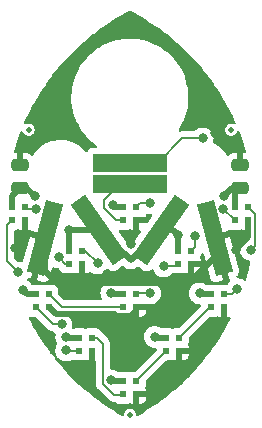
<source format=gbr>
G04 #@! TF.GenerationSoftware,KiCad,Pcbnew,(5.99.0-10027-g0561ce903e)*
G04 #@! TF.CreationDate,2021-08-15T01:29:50-07:00*
G04 #@! TF.ProjectId,scale_cca,7363616c-655f-4636-9361-2e6b69636164,v1r0*
G04 #@! TF.SameCoordinates,Original*
G04 #@! TF.FileFunction,Copper,L1,Top*
G04 #@! TF.FilePolarity,Positive*
%FSLAX46Y46*%
G04 Gerber Fmt 4.6, Leading zero omitted, Abs format (unit mm)*
G04 Created by KiCad (PCBNEW (5.99.0-10027-g0561ce903e)) date 2021-08-15 01:29:50*
%MOMM*%
%LPD*%
G01*
G04 APERTURE LIST*
G04 Aperture macros list*
%AMRoundRect*
0 Rectangle with rounded corners*
0 $1 Rounding radius*
0 $2 $3 $4 $5 $6 $7 $8 $9 X,Y pos of 4 corners*
0 Add a 4 corners polygon primitive as box body*
4,1,4,$2,$3,$4,$5,$6,$7,$8,$9,$2,$3,0*
0 Add four circle primitives for the rounded corners*
1,1,$1+$1,$2,$3*
1,1,$1+$1,$4,$5*
1,1,$1+$1,$6,$7*
1,1,$1+$1,$8,$9*
0 Add four rect primitives between the rounded corners*
20,1,$1+$1,$2,$3,$4,$5,0*
20,1,$1+$1,$4,$5,$6,$7,0*
20,1,$1+$1,$6,$7,$8,$9,0*
20,1,$1+$1,$8,$9,$2,$3,0*%
%AMRotRect*
0 Rectangle, with rotation*
0 The origin of the aperture is its center*
0 $1 length*
0 $2 width*
0 $3 Rotation angle, in degrees counterclockwise*
0 Add horizontal line*
21,1,$1,$2,0,0,$3*%
G04 Aperture macros list end*
G04 #@! TA.AperFunction,SMDPad,CuDef*
%ADD10RotRect,6.250000X1.500000X305.000000*%
G04 #@! TD*
G04 #@! TA.AperFunction,SMDPad,CuDef*
%ADD11R,0.600000X0.600000*%
G04 #@! TD*
G04 #@! TA.AperFunction,SMDPad,CuDef*
%ADD12R,6.250000X1.500000*%
G04 #@! TD*
G04 #@! TA.AperFunction,SMDPad,CuDef*
%ADD13RotRect,6.250000X1.500000X75.000000*%
G04 #@! TD*
G04 #@! TA.AperFunction,SMDPad,CuDef*
%ADD14C,0.500000*%
G04 #@! TD*
G04 #@! TA.AperFunction,SMDPad,CuDef*
%ADD15RoundRect,0.250000X-0.475000X0.250000X-0.475000X-0.250000X0.475000X-0.250000X0.475000X0.250000X0*%
G04 #@! TD*
G04 #@! TA.AperFunction,SMDPad,CuDef*
%ADD16RotRect,6.250000X1.500000X285.000000*%
G04 #@! TD*
G04 #@! TA.AperFunction,SMDPad,CuDef*
%ADD17RotRect,6.250000X1.500000X55.000000*%
G04 #@! TD*
G04 #@! TA.AperFunction,ViaPad*
%ADD18C,0.800000*%
G04 #@! TD*
G04 #@! TA.AperFunction,Conductor*
%ADD19C,0.500000*%
G04 #@! TD*
G04 #@! TA.AperFunction,Conductor*
%ADD20C,0.152400*%
G04 #@! TD*
G04 APERTURE END LIST*
D10*
X33909000Y-44551600D03*
D11*
X33316000Y-54779000D03*
X33316000Y-53679000D03*
X32216000Y-53679000D03*
X32216000Y-54779000D03*
D12*
X36512500Y-38862000D03*
D13*
X29337000Y-45212000D03*
D14*
X27940000Y-36068000D03*
D11*
X32427000Y-47413000D03*
X32427000Y-46313000D03*
X31327000Y-46313000D03*
X31327000Y-47413000D03*
D15*
X45847000Y-39055000D03*
X45847000Y-40955000D03*
D11*
X40682000Y-54779000D03*
X40682000Y-53679000D03*
X39582000Y-53679000D03*
X39582000Y-54779000D03*
X27601000Y-43730000D03*
X27601000Y-42630000D03*
X26501000Y-42630000D03*
X26501000Y-43730000D03*
X37062500Y-51096000D03*
X37062500Y-49996000D03*
X35962500Y-49996000D03*
X35962500Y-51096000D03*
D12*
X36512500Y-40640000D03*
D11*
X44492000Y-51096000D03*
X44492000Y-49996000D03*
X43392000Y-49996000D03*
X43392000Y-51096000D03*
D15*
X27178000Y-39055000D03*
X27178000Y-40955000D03*
D11*
X29633000Y-51096000D03*
X29633000Y-49996000D03*
X28533000Y-49996000D03*
X28533000Y-51096000D03*
X41698000Y-47413000D03*
X41698000Y-46313000D03*
X40598000Y-46313000D03*
X40598000Y-47413000D03*
D14*
X36512500Y-60198000D03*
D11*
X37062500Y-43730000D03*
X37062500Y-42630000D03*
X35962500Y-42630000D03*
X35962500Y-43730000D03*
D16*
X43688000Y-45212000D03*
D14*
X45085000Y-36068000D03*
D11*
X37062500Y-58462000D03*
X37062500Y-57362000D03*
X35962500Y-57362000D03*
X35962500Y-58462000D03*
X46524000Y-43730000D03*
X46524000Y-42630000D03*
X45424000Y-42630000D03*
X45424000Y-43730000D03*
D17*
X39116000Y-44551600D03*
D18*
X27432000Y-49657000D03*
X31369000Y-44577000D03*
X28448000Y-41656000D03*
X31115000Y-53594000D03*
X34925000Y-49911000D03*
X35052000Y-42418000D03*
X44456673Y-41663838D03*
X34925000Y-57277000D03*
X38608000Y-53594000D03*
X42418000Y-49911000D03*
X40598000Y-45000000D03*
X43688000Y-36322000D03*
X34544000Y-48260000D03*
X36576000Y-45720000D03*
X41021000Y-51943000D03*
X28956000Y-36830000D03*
X42418000Y-53340000D03*
X26797000Y-46101000D03*
X45466000Y-46228000D03*
X27051000Y-48133000D03*
X38227000Y-42291000D03*
X28575000Y-42799000D03*
X30480000Y-46863000D03*
X33782000Y-47371000D03*
X30734000Y-52539000D03*
X31115000Y-54737000D03*
X38227000Y-49911000D03*
X46736000Y-46228000D03*
X42680339Y-36792751D03*
X39370000Y-47625000D03*
X45593000Y-49530000D03*
X44431287Y-42769985D03*
X42037000Y-45085000D03*
D19*
X40598000Y-45000000D02*
X40149600Y-44551600D01*
X43392000Y-49996000D02*
X42503000Y-49996000D01*
X27771000Y-49996000D02*
X27432000Y-49657000D01*
X27178000Y-40955000D02*
X27747000Y-40955000D01*
X27747000Y-40955000D02*
X28448000Y-41656000D01*
X31200000Y-53679000D02*
X31115000Y-53594000D01*
X40149600Y-44551600D02*
X39116000Y-44551600D01*
X45847000Y-40955000D02*
X45165511Y-40955000D01*
X45424000Y-42630000D02*
X45424000Y-41378000D01*
X42503000Y-49996000D02*
X42418000Y-49911000D01*
X39582000Y-53679000D02*
X38693000Y-53679000D01*
X35962500Y-42630000D02*
X35264000Y-42630000D01*
X39116000Y-44577000D02*
X39116000Y-44551600D01*
X35264000Y-42630000D02*
X35052000Y-42418000D01*
X38693000Y-53679000D02*
X38608000Y-53594000D01*
X33909000Y-44551600D02*
X31394400Y-44551600D01*
X35962500Y-49996000D02*
X35010000Y-49996000D01*
X36576000Y-47117000D02*
X39116000Y-44577000D01*
X31369000Y-44577000D02*
X31327000Y-44619000D01*
X31394400Y-44551600D02*
X31369000Y-44577000D01*
X35010000Y-49996000D02*
X34925000Y-49911000D01*
X34010600Y-44551600D02*
X36576000Y-47117000D01*
X26501000Y-42630000D02*
X26501000Y-41632000D01*
X32216000Y-53679000D02*
X31200000Y-53679000D01*
X31327000Y-44619000D02*
X31327000Y-46313000D01*
X28533000Y-49996000D02*
X27771000Y-49996000D01*
X40598000Y-46313000D02*
X40598000Y-45000000D01*
X45165511Y-40955000D02*
X44456673Y-41663838D01*
X35962500Y-57362000D02*
X35010000Y-57362000D01*
X35010000Y-57362000D02*
X34925000Y-57277000D01*
X33909000Y-44551600D02*
X34010600Y-44551600D01*
X26501000Y-41632000D02*
X27178000Y-40955000D01*
X45424000Y-41378000D02*
X45847000Y-40955000D01*
D20*
X35687000Y-40640000D02*
X34290000Y-42037000D01*
X34290000Y-42656793D02*
X35321207Y-43688000D01*
X35321207Y-43688000D02*
X35920500Y-43688000D01*
X35920500Y-43688000D02*
X35962500Y-43730000D01*
X34290000Y-42037000D02*
X34290000Y-42656793D01*
X36512500Y-40640000D02*
X35687000Y-40640000D01*
D19*
X29633000Y-51096000D02*
X30226000Y-51689000D01*
X30353000Y-49022000D02*
X29337000Y-48006000D01*
X37062500Y-51406020D02*
X37062500Y-51096000D01*
X46524000Y-43730000D02*
X46524000Y-45170000D01*
X35212489Y-51689000D02*
X35212489Y-51756009D01*
X43688000Y-45212000D02*
X43688000Y-46863000D01*
X41529000Y-49022000D02*
X30353000Y-49022000D01*
X35302491Y-51846011D02*
X36622509Y-51846011D01*
X35212489Y-51756009D02*
X35302491Y-51846011D01*
X43688000Y-46863000D02*
X41529000Y-49022000D01*
X36622509Y-51846011D02*
X37062500Y-51406020D01*
X30226000Y-51689000D02*
X35212489Y-51689000D01*
X46524000Y-45170000D02*
X45466000Y-46228000D01*
X29337000Y-48006000D02*
X29337000Y-45212000D01*
D20*
X26120789Y-46821789D02*
X26120789Y-47202789D01*
X37401500Y-42291000D02*
X37062500Y-42630000D01*
X38227000Y-42291000D02*
X37401500Y-42291000D01*
X26501000Y-43730000D02*
X26120789Y-44110211D01*
X26120789Y-46440789D02*
X26120789Y-46821789D01*
X26120789Y-44110211D02*
X26120789Y-46440789D01*
X26120789Y-47202789D02*
X27051000Y-48133000D01*
X31030000Y-47413000D02*
X30480000Y-46863000D01*
X31327000Y-47413000D02*
X31030000Y-47413000D01*
X27770000Y-42799000D02*
X27601000Y-42630000D01*
X28575000Y-42799000D02*
X27770000Y-42799000D01*
X29976000Y-52539000D02*
X30734000Y-52539000D01*
X33782000Y-47371000D02*
X32724000Y-46313000D01*
X28533000Y-51096000D02*
X29976000Y-52539000D01*
X32724000Y-46313000D02*
X32427000Y-46313000D01*
X35962500Y-51096000D02*
X30733000Y-51096000D01*
X30733000Y-51096000D02*
X29633000Y-49996000D01*
X32216000Y-54779000D02*
X31157000Y-54779000D01*
X31157000Y-54779000D02*
X31115000Y-54737000D01*
X38227000Y-49911000D02*
X37147500Y-49911000D01*
X37147500Y-49911000D02*
X37062500Y-49996000D01*
X35877500Y-58547000D02*
X35962500Y-58462000D01*
X33768400Y-53679000D02*
X34248789Y-54159389D01*
X35194207Y-58547000D02*
X35877500Y-58547000D01*
X33316000Y-53679000D02*
X33768400Y-53679000D01*
X34248789Y-54159389D02*
X34248789Y-57601582D01*
X34248789Y-57601582D02*
X35194207Y-58547000D01*
X47100211Y-45863789D02*
X46736000Y-46228000D01*
X47100211Y-43206211D02*
X47100211Y-45863789D01*
X36512500Y-38862000D02*
X38608000Y-38862000D01*
X46524000Y-42630000D02*
X47100211Y-43206211D01*
X38862000Y-38862000D02*
X40931249Y-36792751D01*
X40931249Y-36792751D02*
X42680339Y-36792751D01*
X36512500Y-38862000D02*
X38862000Y-38862000D01*
X37062500Y-57298500D02*
X39582000Y-54779000D01*
X37062500Y-57362000D02*
X37062500Y-57298500D01*
X40682000Y-53679000D02*
X43265000Y-51096000D01*
X43265000Y-51096000D02*
X43392000Y-51096000D01*
X45127000Y-49996000D02*
X45593000Y-49530000D01*
X40386000Y-47625000D02*
X40598000Y-47413000D01*
X44492000Y-49996000D02*
X45127000Y-49996000D01*
X39370000Y-47625000D02*
X40386000Y-47625000D01*
X45424000Y-43730000D02*
X45391302Y-43730000D01*
X42037000Y-45974000D02*
X41698000Y-46313000D01*
X45391302Y-43730000D02*
X44431287Y-42769985D01*
X42037000Y-45085000D02*
X42037000Y-45974000D01*
G04 #@! TA.AperFunction,Conductor*
G36*
X44688121Y-50862002D02*
G01*
X44734614Y-50915658D01*
X44746000Y-50968000D01*
X44746000Y-51890885D01*
X44750475Y-51906124D01*
X44751865Y-51907329D01*
X44759548Y-51909000D01*
X44789743Y-51909000D01*
X44794250Y-51908839D01*
X44858269Y-51904260D01*
X44871492Y-51901874D01*
X44877913Y-51899989D01*
X44948909Y-51899991D01*
X45008635Y-51938376D01*
X45038126Y-52002958D01*
X45025941Y-52077562D01*
X44986010Y-52156843D01*
X44984815Y-52159151D01*
X44775731Y-52552280D01*
X44677172Y-52737595D01*
X44675830Y-52740052D01*
X44575824Y-52918414D01*
X44574428Y-52920840D01*
X44550721Y-52961004D01*
X44241453Y-53484949D01*
X44240087Y-53487208D01*
X44132093Y-53661215D01*
X44130666Y-53663458D01*
X43787977Y-54189181D01*
X43772964Y-54212213D01*
X43771409Y-54214541D01*
X43655909Y-54383408D01*
X43654328Y-54385665D01*
X43355409Y-54802514D01*
X43272608Y-54917982D01*
X43270952Y-54920239D01*
X43148099Y-55083763D01*
X43146399Y-55085974D01*
X42741361Y-55600870D01*
X42739672Y-55602968D01*
X42654389Y-55706561D01*
X42609621Y-55760940D01*
X42607818Y-55763081D01*
X42180430Y-56259335D01*
X42178590Y-56261425D01*
X42041629Y-56413488D01*
X42039766Y-56415511D01*
X41590714Y-56892335D01*
X41588779Y-56894344D01*
X41445183Y-57040186D01*
X41443198Y-57042159D01*
X41203543Y-57274986D01*
X40973427Y-57498546D01*
X40971453Y-57500421D01*
X40916899Y-57551114D01*
X40821533Y-57639729D01*
X40819462Y-57641611D01*
X40329882Y-58076679D01*
X40327768Y-58078516D01*
X40171836Y-58211003D01*
X40169683Y-58212791D01*
X39661321Y-58625633D01*
X39659128Y-58627374D01*
X39497356Y-58752889D01*
X39495183Y-58754538D01*
X38968889Y-59144458D01*
X38966675Y-59146060D01*
X38799572Y-59264205D01*
X38797334Y-59265751D01*
X38480872Y-59479111D01*
X38254247Y-59631902D01*
X38251909Y-59633441D01*
X38079684Y-59744071D01*
X38077312Y-59745557D01*
X37518626Y-60087142D01*
X37516222Y-60088576D01*
X37339241Y-60191454D01*
X37336805Y-60192834D01*
X37200414Y-60268113D01*
X37131109Y-60283518D01*
X37064477Y-60259009D01*
X37021673Y-60202367D01*
X37014801Y-60175662D01*
X36998955Y-60065009D01*
X36998954Y-60065006D01*
X36997682Y-60056123D01*
X36985807Y-60030004D01*
X36942076Y-59933825D01*
X36938360Y-59925651D01*
X36844803Y-59817074D01*
X36724533Y-59739118D01*
X36715936Y-59736547D01*
X36715934Y-59736546D01*
X36632196Y-59711503D01*
X36587218Y-59698052D01*
X36578242Y-59697997D01*
X36578241Y-59697997D01*
X36516527Y-59697620D01*
X36443896Y-59697177D01*
X36435265Y-59699644D01*
X36435263Y-59699644D01*
X36314723Y-59734094D01*
X36314720Y-59734095D01*
X36306089Y-59736562D01*
X36184875Y-59813042D01*
X36089999Y-59920469D01*
X36029088Y-60050206D01*
X36027707Y-60059074D01*
X36027707Y-60059075D01*
X36009369Y-60176852D01*
X35979125Y-60241084D01*
X35918955Y-60278769D01*
X35847963Y-60277941D01*
X35823983Y-60267780D01*
X35688175Y-60192822D01*
X35685739Y-60191442D01*
X35508812Y-60088595D01*
X35506408Y-60087161D01*
X35050232Y-59808252D01*
X34947650Y-59745533D01*
X34945317Y-59744071D01*
X34773014Y-59633391D01*
X34770837Y-59631957D01*
X34227693Y-59265768D01*
X34225429Y-59264205D01*
X34058381Y-59146099D01*
X34056113Y-59144458D01*
X33529819Y-58754538D01*
X33527588Y-58752846D01*
X33365907Y-58627401D01*
X33363715Y-58625661D01*
X32962435Y-58299783D01*
X32855279Y-58212761D01*
X32853210Y-58211043D01*
X32697232Y-58078516D01*
X32695134Y-58076692D01*
X32258752Y-57688901D01*
X32205534Y-57641608D01*
X32203469Y-57639732D01*
X32053608Y-57500477D01*
X32051578Y-57498549D01*
X31581772Y-57042129D01*
X31579787Y-57040156D01*
X31436229Y-56894352D01*
X31434322Y-56892373D01*
X31217549Y-56662193D01*
X30985268Y-56415546D01*
X30983372Y-56413488D01*
X30909382Y-56331341D01*
X30846378Y-56261390D01*
X30844570Y-56259335D01*
X30417163Y-55763059D01*
X30415431Y-55761004D01*
X30285328Y-55602968D01*
X30283574Y-55600787D01*
X30134242Y-55410952D01*
X29878607Y-55085982D01*
X29876930Y-55083802D01*
X29869946Y-55074505D01*
X29754040Y-54920228D01*
X29752384Y-54917971D01*
X29370672Y-54385665D01*
X29369066Y-54383372D01*
X29253604Y-54214561D01*
X29252049Y-54212233D01*
X29237023Y-54189181D01*
X28894352Y-53663486D01*
X28892926Y-53661245D01*
X28784928Y-53487232D01*
X28783524Y-53484911D01*
X28731580Y-53396909D01*
X28469507Y-52952918D01*
X28450567Y-52920831D01*
X28449171Y-52918405D01*
X28349159Y-52740033D01*
X28347817Y-52737576D01*
X28238714Y-52532435D01*
X28040212Y-52159203D01*
X28038987Y-52156837D01*
X27998220Y-52075897D01*
X27985442Y-52006061D01*
X28012449Y-51940402D01*
X28070667Y-51899767D01*
X28128684Y-51894502D01*
X28228552Y-51908861D01*
X28228559Y-51908862D01*
X28233000Y-51909500D01*
X28467419Y-51909500D01*
X28535540Y-51929502D01*
X28556514Y-51946405D01*
X29529855Y-52919746D01*
X29540722Y-52932136D01*
X29559019Y-52955981D01*
X29589409Y-52979300D01*
X29681150Y-53049695D01*
X29823374Y-53108606D01*
X29938022Y-53123700D01*
X29967812Y-53127622D01*
X29976000Y-53128700D01*
X29984188Y-53127622D01*
X29985396Y-53127622D01*
X30053517Y-53147624D01*
X30079032Y-53169311D01*
X30118334Y-53212960D01*
X30122749Y-53217863D01*
X30177498Y-53257640D01*
X30220850Y-53313860D01*
X30226927Y-53384596D01*
X30223690Y-53396909D01*
X30223502Y-53397794D01*
X30221462Y-53404073D01*
X30220773Y-53410630D01*
X30220772Y-53410634D01*
X30203451Y-53575438D01*
X30201500Y-53594000D01*
X30202190Y-53600565D01*
X30208808Y-53663527D01*
X30221462Y-53783927D01*
X30280476Y-53965554D01*
X30283779Y-53971276D01*
X30283780Y-53971277D01*
X30359542Y-54102500D01*
X30376280Y-54171495D01*
X30359542Y-54228500D01*
X30280476Y-54365446D01*
X30273895Y-54385701D01*
X30230540Y-54519135D01*
X30221462Y-54547073D01*
X30201500Y-54737000D01*
X30202190Y-54743565D01*
X30214484Y-54860531D01*
X30221462Y-54926927D01*
X30223502Y-54933205D01*
X30223502Y-54933206D01*
X30246309Y-55003399D01*
X30280476Y-55108554D01*
X30375963Y-55273942D01*
X30380381Y-55278849D01*
X30380382Y-55278850D01*
X30456295Y-55363160D01*
X30503749Y-55415863D01*
X30509091Y-55419744D01*
X30509093Y-55419746D01*
X30652908Y-55524233D01*
X30658250Y-55528114D01*
X30664278Y-55530798D01*
X30664280Y-55530799D01*
X30826682Y-55603105D01*
X30832713Y-55605790D01*
X30908786Y-55621960D01*
X31013056Y-55644124D01*
X31013061Y-55644124D01*
X31019513Y-55645496D01*
X31210487Y-55645496D01*
X31216939Y-55644124D01*
X31216944Y-55644124D01*
X31321214Y-55621960D01*
X31397287Y-55605790D01*
X31403626Y-55602968D01*
X31571750Y-55528114D01*
X31572913Y-55530725D01*
X31629728Y-55516949D01*
X31676060Y-55528192D01*
X31763135Y-55567958D01*
X31763138Y-55567959D01*
X31771330Y-55571700D01*
X31780245Y-55572982D01*
X31780246Y-55572982D01*
X31911552Y-55591861D01*
X31911559Y-55591862D01*
X31916000Y-55592500D01*
X32516000Y-55592500D01*
X32589079Y-55587273D01*
X32729316Y-55546096D01*
X32729828Y-55547840D01*
X32789277Y-55539294D01*
X32823683Y-55549397D01*
X32863272Y-55567476D01*
X32880388Y-55572502D01*
X33011554Y-55591361D01*
X33020495Y-55592000D01*
X33043885Y-55592000D01*
X33059124Y-55587525D01*
X33060329Y-55586135D01*
X33062000Y-55578452D01*
X33062000Y-54651000D01*
X33082002Y-54582879D01*
X33135658Y-54536386D01*
X33188000Y-54525000D01*
X33444000Y-54525000D01*
X33512121Y-54545002D01*
X33558614Y-54598658D01*
X33570000Y-54651000D01*
X33570000Y-55573885D01*
X33574475Y-55589124D01*
X33587135Y-55600094D01*
X33627182Y-55621960D01*
X33661209Y-55684272D01*
X33664089Y-55711058D01*
X33664089Y-57555345D01*
X33663011Y-57571789D01*
X33659089Y-57601582D01*
X33664089Y-57639560D01*
X33679183Y-57754208D01*
X33738094Y-57896432D01*
X33831808Y-58018563D01*
X33838353Y-58023585D01*
X33855652Y-58036859D01*
X33868043Y-58047727D01*
X34748062Y-58927746D01*
X34758929Y-58940136D01*
X34777226Y-58963981D01*
X34899357Y-59057695D01*
X35041581Y-59116606D01*
X35156229Y-59131700D01*
X35194207Y-59136700D01*
X35202395Y-59135622D01*
X35223997Y-59132778D01*
X35240444Y-59131700D01*
X35266006Y-59131700D01*
X35334127Y-59151702D01*
X35348519Y-59162476D01*
X35378069Y-59188082D01*
X35378072Y-59188084D01*
X35384881Y-59193984D01*
X35393079Y-59197728D01*
X35413402Y-59207009D01*
X35517830Y-59254700D01*
X35526745Y-59255982D01*
X35526746Y-59255982D01*
X35658052Y-59274861D01*
X35658059Y-59274862D01*
X35662500Y-59275500D01*
X36262500Y-59275500D01*
X36335579Y-59270273D01*
X36475816Y-59229096D01*
X36476328Y-59230840D01*
X36535777Y-59222294D01*
X36570183Y-59232397D01*
X36609772Y-59250476D01*
X36626888Y-59255502D01*
X36758054Y-59274361D01*
X36766995Y-59275000D01*
X36790385Y-59275000D01*
X36805624Y-59270525D01*
X36806829Y-59269135D01*
X36808500Y-59261452D01*
X36808500Y-58729548D01*
X37316500Y-58729548D01*
X37316500Y-59256885D01*
X37320975Y-59272124D01*
X37322365Y-59273329D01*
X37330048Y-59275000D01*
X37360243Y-59275000D01*
X37364750Y-59274839D01*
X37428769Y-59270260D01*
X37441991Y-59267874D01*
X37566958Y-59231181D01*
X37583192Y-59223767D01*
X37690860Y-59154574D01*
X37704347Y-59142888D01*
X37788162Y-59046160D01*
X37797807Y-59031152D01*
X37850977Y-58914725D01*
X37856002Y-58897612D01*
X37874861Y-58766446D01*
X37875500Y-58757505D01*
X37875500Y-58734115D01*
X37871025Y-58718876D01*
X37869635Y-58717671D01*
X37861952Y-58716000D01*
X37334615Y-58716000D01*
X37319376Y-58720475D01*
X37318171Y-58721865D01*
X37316500Y-58729548D01*
X36808500Y-58729548D01*
X36808500Y-58334000D01*
X36828502Y-58265879D01*
X36882158Y-58219386D01*
X36934500Y-58208000D01*
X37857385Y-58208000D01*
X37872624Y-58203525D01*
X37873829Y-58202135D01*
X37875500Y-58194452D01*
X37875500Y-58164257D01*
X37875339Y-58159750D01*
X37870760Y-58095731D01*
X37868374Y-58082509D01*
X37829141Y-57948892D01*
X37831182Y-57948293D01*
X37822791Y-57889922D01*
X37832894Y-57855514D01*
X37851458Y-57814865D01*
X37851459Y-57814862D01*
X37855200Y-57806670D01*
X37863920Y-57746019D01*
X37875361Y-57666448D01*
X37875362Y-57666441D01*
X37876000Y-57662000D01*
X37876000Y-57364081D01*
X37896002Y-57295960D01*
X37912905Y-57274986D01*
X39558486Y-55629405D01*
X39620798Y-55595379D01*
X39647581Y-55592500D01*
X39882000Y-55592500D01*
X39955079Y-55587273D01*
X40095316Y-55546096D01*
X40095828Y-55547840D01*
X40155277Y-55539294D01*
X40189683Y-55549397D01*
X40229272Y-55567476D01*
X40246388Y-55572502D01*
X40377554Y-55591361D01*
X40386495Y-55592000D01*
X40409885Y-55592000D01*
X40425124Y-55587525D01*
X40426329Y-55586135D01*
X40428000Y-55578452D01*
X40428000Y-55046548D01*
X40936000Y-55046548D01*
X40936000Y-55573885D01*
X40940475Y-55589124D01*
X40941865Y-55590329D01*
X40949548Y-55592000D01*
X40979743Y-55592000D01*
X40984250Y-55591839D01*
X41048269Y-55587260D01*
X41061491Y-55584874D01*
X41186458Y-55548181D01*
X41202692Y-55540767D01*
X41310360Y-55471574D01*
X41323847Y-55459888D01*
X41407662Y-55363160D01*
X41417307Y-55348152D01*
X41470477Y-55231725D01*
X41475502Y-55214612D01*
X41494361Y-55083446D01*
X41495000Y-55074505D01*
X41495000Y-55051115D01*
X41490525Y-55035876D01*
X41489135Y-55034671D01*
X41481452Y-55033000D01*
X40954115Y-55033000D01*
X40938876Y-55037475D01*
X40937671Y-55038865D01*
X40936000Y-55046548D01*
X40428000Y-55046548D01*
X40428000Y-54651000D01*
X40448002Y-54582879D01*
X40501658Y-54536386D01*
X40554000Y-54525000D01*
X41476885Y-54525000D01*
X41492124Y-54520525D01*
X41493329Y-54519135D01*
X41495000Y-54511452D01*
X41495000Y-54481257D01*
X41494839Y-54476750D01*
X41490260Y-54412731D01*
X41487874Y-54399509D01*
X41448641Y-54265892D01*
X41450682Y-54265293D01*
X41442291Y-54206922D01*
X41452394Y-54172514D01*
X41470958Y-54131865D01*
X41470959Y-54131862D01*
X41474700Y-54123670D01*
X41478547Y-54096916D01*
X41494861Y-53983448D01*
X41494862Y-53983441D01*
X41495500Y-53979000D01*
X41495500Y-53744581D01*
X41515502Y-53676460D01*
X41532405Y-53655486D01*
X43241486Y-51946405D01*
X43303798Y-51912379D01*
X43330581Y-51909500D01*
X43692000Y-51909500D01*
X43765079Y-51904273D01*
X43905316Y-51863096D01*
X43905828Y-51864840D01*
X43965277Y-51856294D01*
X43999683Y-51866397D01*
X44039272Y-51884476D01*
X44056388Y-51889502D01*
X44187554Y-51908361D01*
X44196495Y-51909000D01*
X44219885Y-51909000D01*
X44235124Y-51904525D01*
X44236329Y-51903135D01*
X44238000Y-51895452D01*
X44238000Y-50968000D01*
X44258002Y-50899879D01*
X44311658Y-50853386D01*
X44364000Y-50842000D01*
X44620000Y-50842000D01*
X44688121Y-50862002D01*
G37*
G04 #@! TD.AperFunction*
G04 #@! TA.AperFunction,Conductor*
G36*
X27797121Y-43496002D02*
G01*
X27843614Y-43549658D01*
X27855000Y-43602000D01*
X27855000Y-44524885D01*
X27859475Y-44540124D01*
X27860865Y-44541329D01*
X27868548Y-44543000D01*
X27898743Y-44543000D01*
X27903250Y-44542839D01*
X27967269Y-44538260D01*
X27980488Y-44535875D01*
X28026429Y-44522385D01*
X28097425Y-44522385D01*
X28157152Y-44560768D01*
X28186645Y-44625348D01*
X28187696Y-44637931D01*
X28188874Y-44639672D01*
X28195859Y-44643273D01*
X29526378Y-44999784D01*
X29587001Y-45036736D01*
X29618022Y-45100596D01*
X29615474Y-45154102D01*
X29516605Y-45523085D01*
X28645450Y-48774281D01*
X28645828Y-48790157D01*
X28646861Y-48791683D01*
X28653846Y-48795284D01*
X29117691Y-48919571D01*
X29122070Y-48920578D01*
X29185102Y-48932726D01*
X29198484Y-48933843D01*
X29319557Y-48930961D01*
X29322583Y-48931772D01*
X29346288Y-48927786D01*
X29468204Y-48888814D01*
X29484250Y-48881019D01*
X29590248Y-48809277D01*
X29603447Y-48797279D01*
X29684936Y-48698584D01*
X29694224Y-48683345D01*
X29746385Y-48561540D01*
X29749319Y-48553062D01*
X29955532Y-47783465D01*
X29992484Y-47722842D01*
X30056344Y-47691821D01*
X30128488Y-47700969D01*
X30181095Y-47724391D01*
X30197713Y-47731790D01*
X30291113Y-47751643D01*
X30378056Y-47770124D01*
X30378061Y-47770124D01*
X30384513Y-47771496D01*
X30420123Y-47771496D01*
X30488244Y-47791498D01*
X30534737Y-47845154D01*
X30541019Y-47861999D01*
X30559904Y-47926316D01*
X30583747Y-47963416D01*
X30634051Y-48041691D01*
X30634053Y-48041694D01*
X30638923Y-48049271D01*
X30645733Y-48055172D01*
X30742569Y-48139082D01*
X30742572Y-48139084D01*
X30749381Y-48144984D01*
X30757579Y-48148728D01*
X30871406Y-48200711D01*
X30882330Y-48205700D01*
X30891245Y-48206982D01*
X30891246Y-48206982D01*
X31022552Y-48225861D01*
X31022559Y-48225862D01*
X31027000Y-48226500D01*
X31627000Y-48226500D01*
X31700079Y-48221273D01*
X31840316Y-48180096D01*
X31840828Y-48181840D01*
X31900277Y-48173294D01*
X31934683Y-48183397D01*
X31974272Y-48201476D01*
X31991388Y-48206502D01*
X32122554Y-48225361D01*
X32131495Y-48226000D01*
X32154885Y-48226000D01*
X32170124Y-48221525D01*
X32171329Y-48220135D01*
X32173000Y-48212452D01*
X32173000Y-47285000D01*
X32193002Y-47216879D01*
X32246658Y-47170386D01*
X32299000Y-47159000D01*
X32555000Y-47159000D01*
X32623121Y-47179002D01*
X32669614Y-47232658D01*
X32681000Y-47285000D01*
X32681000Y-48207885D01*
X32685475Y-48223124D01*
X32686865Y-48224329D01*
X32694548Y-48226000D01*
X32724743Y-48226000D01*
X32729250Y-48225839D01*
X32793269Y-48221260D01*
X32806491Y-48218874D01*
X32931458Y-48182181D01*
X32947692Y-48174767D01*
X33055360Y-48105574D01*
X33067337Y-48095196D01*
X33131918Y-48065704D01*
X33202192Y-48075809D01*
X33223909Y-48088486D01*
X33317143Y-48156224D01*
X33325250Y-48162114D01*
X33331278Y-48164798D01*
X33331280Y-48164799D01*
X33486430Y-48233876D01*
X33499713Y-48239790D01*
X33593113Y-48259643D01*
X33680056Y-48278124D01*
X33680061Y-48278124D01*
X33686513Y-48279496D01*
X33877487Y-48279496D01*
X33883939Y-48278124D01*
X33883944Y-48278124D01*
X33970887Y-48259643D01*
X34064287Y-48239790D01*
X34077570Y-48233876D01*
X34232720Y-48164799D01*
X34232722Y-48164798D01*
X34238750Y-48162114D01*
X34246857Y-48156224D01*
X34387907Y-48053746D01*
X34387909Y-48053744D01*
X34393251Y-48049863D01*
X34402419Y-48039681D01*
X34516618Y-47912850D01*
X34516619Y-47912849D01*
X34521037Y-47907942D01*
X34522332Y-47905699D01*
X34577375Y-47863255D01*
X34648112Y-47857180D01*
X34710642Y-47890587D01*
X34712625Y-47893028D01*
X34717902Y-47897246D01*
X34717903Y-47897247D01*
X34754270Y-47926316D01*
X34826792Y-47984285D01*
X34835130Y-47987700D01*
X34953704Y-48036265D01*
X34953706Y-48036265D01*
X34962045Y-48039681D01*
X34971011Y-48040609D01*
X35098457Y-48053800D01*
X35098458Y-48053800D01*
X35107425Y-48054728D01*
X35183943Y-48040609D01*
X35242291Y-48029843D01*
X35242293Y-48029842D01*
X35251156Y-48028207D01*
X35259197Y-48024142D01*
X35259200Y-48024141D01*
X35377579Y-47964296D01*
X35381593Y-47962267D01*
X35863502Y-47624831D01*
X35930775Y-47602143D01*
X35999636Y-47619428D01*
X36030212Y-47644636D01*
X36041186Y-47657061D01*
X36055144Y-47672865D01*
X36066110Y-47685282D01*
X36072090Y-47689508D01*
X36072092Y-47689510D01*
X36088307Y-47700969D01*
X36111622Y-47717446D01*
X36118773Y-47722500D01*
X36124232Y-47726584D01*
X36159893Y-47754798D01*
X36174802Y-47766594D01*
X36181430Y-47769692D01*
X36181435Y-47769695D01*
X36183404Y-47770615D01*
X36202763Y-47781860D01*
X36204532Y-47783110D01*
X36204539Y-47783114D01*
X36210519Y-47787340D01*
X36270334Y-47811447D01*
X36276569Y-47814158D01*
X36335001Y-47841467D01*
X36344292Y-47843399D01*
X36365730Y-47849892D01*
X36374533Y-47853440D01*
X36438296Y-47863140D01*
X36444986Y-47864343D01*
X36508129Y-47877477D01*
X36517610Y-47877220D01*
X36539974Y-47878608D01*
X36540350Y-47878665D01*
X36542121Y-47878935D01*
X36542125Y-47878935D01*
X36549354Y-47880035D01*
X36556646Y-47879442D01*
X36556648Y-47879442D01*
X36599123Y-47875987D01*
X36613634Y-47874807D01*
X36620437Y-47874438D01*
X36684896Y-47872694D01*
X36694063Y-47870263D01*
X36716137Y-47866470D01*
X36725605Y-47865700D01*
X36733514Y-47863138D01*
X36750392Y-47857670D01*
X36786974Y-47845819D01*
X36793507Y-47843896D01*
X36848748Y-47829249D01*
X36848749Y-47829249D01*
X36855823Y-47827373D01*
X36864185Y-47822899D01*
X36884801Y-47814127D01*
X36886869Y-47813457D01*
X36893830Y-47811202D01*
X36948973Y-47777740D01*
X36954879Y-47774372D01*
X37005280Y-47747404D01*
X37005286Y-47747400D01*
X37011739Y-47743947D01*
X37018850Y-47737667D01*
X37036891Y-47724391D01*
X37040207Y-47722379D01*
X37040213Y-47722374D01*
X37045006Y-47719466D01*
X37055355Y-47710326D01*
X37074594Y-47691087D01*
X37136906Y-47657061D01*
X37207721Y-47662126D01*
X37235959Y-47676968D01*
X37285451Y-47711623D01*
X37641577Y-47960986D01*
X37641584Y-47960991D01*
X37643407Y-47962267D01*
X37645324Y-47963415D01*
X37645326Y-47963416D01*
X37685888Y-47987700D01*
X37706267Y-47999901D01*
X37844761Y-48046607D01*
X37990803Y-48052404D01*
X37999542Y-48050210D01*
X37999545Y-48050210D01*
X38062019Y-48034528D01*
X38132563Y-48016820D01*
X38157665Y-48002061D01*
X38250788Y-47947306D01*
X38250789Y-47947305D01*
X38258555Y-47942739D01*
X38305420Y-47892801D01*
X38366622Y-47856817D01*
X38437563Y-47859633D01*
X38495719Y-47900356D01*
X38517129Y-47940089D01*
X38523497Y-47959687D01*
X38531490Y-47984285D01*
X38535476Y-47996554D01*
X38538779Y-48002276D01*
X38538780Y-48002277D01*
X38548347Y-48018847D01*
X38630963Y-48161942D01*
X38635381Y-48166849D01*
X38635382Y-48166850D01*
X38736809Y-48279496D01*
X38758749Y-48303863D01*
X38764091Y-48307744D01*
X38764093Y-48307746D01*
X38907908Y-48412233D01*
X38913250Y-48416114D01*
X38919278Y-48418798D01*
X38919280Y-48418799D01*
X39081682Y-48491105D01*
X39087713Y-48493790D01*
X39181113Y-48513643D01*
X39268056Y-48532124D01*
X39268061Y-48532124D01*
X39274513Y-48533496D01*
X39465487Y-48533496D01*
X39471939Y-48532124D01*
X39471944Y-48532124D01*
X39558887Y-48513643D01*
X39652287Y-48493790D01*
X39658318Y-48491105D01*
X39820720Y-48418799D01*
X39820722Y-48418798D01*
X39826750Y-48416114D01*
X39834135Y-48410749D01*
X39975912Y-48307742D01*
X39981251Y-48303863D01*
X40028499Y-48251389D01*
X40088945Y-48214150D01*
X40122135Y-48209700D01*
X40172137Y-48209700D01*
X40190068Y-48210982D01*
X40293552Y-48225861D01*
X40293559Y-48225862D01*
X40298000Y-48226500D01*
X40898000Y-48226500D01*
X40971079Y-48221273D01*
X41111316Y-48180096D01*
X41111828Y-48181840D01*
X41171277Y-48173294D01*
X41205683Y-48183397D01*
X41245272Y-48201476D01*
X41262388Y-48206502D01*
X41393554Y-48225361D01*
X41402495Y-48226000D01*
X41425885Y-48226000D01*
X41441124Y-48221525D01*
X41442329Y-48220135D01*
X41444000Y-48212452D01*
X41444000Y-47680548D01*
X41952000Y-47680548D01*
X41952000Y-48207885D01*
X41956475Y-48223124D01*
X41957865Y-48224329D01*
X41965548Y-48226000D01*
X41995743Y-48226000D01*
X42000250Y-48225839D01*
X42064269Y-48221260D01*
X42077491Y-48218874D01*
X42202458Y-48182181D01*
X42218692Y-48174767D01*
X42326360Y-48105574D01*
X42339847Y-48093888D01*
X42423662Y-47997160D01*
X42433307Y-47982152D01*
X42486477Y-47865725D01*
X42491502Y-47848612D01*
X42510361Y-47717446D01*
X42511000Y-47708505D01*
X42511000Y-47685115D01*
X42506525Y-47669876D01*
X42505135Y-47668671D01*
X42497452Y-47667000D01*
X41970115Y-47667000D01*
X41954876Y-47671475D01*
X41953671Y-47672865D01*
X41952000Y-47680548D01*
X41444000Y-47680548D01*
X41444000Y-47285000D01*
X41464002Y-47216879D01*
X41517658Y-47170386D01*
X41570000Y-47159000D01*
X42492885Y-47159000D01*
X42508124Y-47154525D01*
X42509329Y-47153135D01*
X42511000Y-47145452D01*
X42511000Y-47115257D01*
X42510839Y-47110750D01*
X42506260Y-47046731D01*
X42503874Y-47033509D01*
X42464641Y-46899892D01*
X42466682Y-46899293D01*
X42458291Y-46840922D01*
X42468394Y-46806514D01*
X42486958Y-46765865D01*
X42486959Y-46765862D01*
X42490700Y-46757670D01*
X42509399Y-46627610D01*
X42538892Y-46563030D01*
X42598618Y-46524646D01*
X42669615Y-46524646D01*
X42729341Y-46563029D01*
X42755824Y-46612931D01*
X43276263Y-48555232D01*
X43277584Y-48559540D01*
X43298575Y-48620192D01*
X43304298Y-48632339D01*
X43372090Y-48743559D01*
X43383448Y-48757316D01*
X43478153Y-48843407D01*
X43492935Y-48853412D01*
X43608054Y-48909334D01*
X43625053Y-48914768D01*
X43751270Y-48935993D01*
X43769103Y-48936417D01*
X43900675Y-48920686D01*
X43909480Y-48918989D01*
X44366740Y-48796467D01*
X44380301Y-48788200D01*
X44381106Y-48786543D01*
X44380733Y-48778696D01*
X43409526Y-45154102D01*
X43411216Y-45083126D01*
X43451010Y-45024330D01*
X43498622Y-44999784D01*
X43867605Y-44900915D01*
X44824726Y-44644456D01*
X44838287Y-44636189D01*
X44850412Y-44611229D01*
X44856761Y-44585060D01*
X44908144Y-44536068D01*
X44983810Y-44523344D01*
X45008509Y-44526895D01*
X45119552Y-44542861D01*
X45119559Y-44542862D01*
X45124000Y-44543500D01*
X45724000Y-44543500D01*
X45797079Y-44538273D01*
X45937316Y-44497096D01*
X45937828Y-44498840D01*
X45997277Y-44490294D01*
X46031683Y-44500397D01*
X46071272Y-44518476D01*
X46088388Y-44523502D01*
X46219554Y-44542361D01*
X46228495Y-44543000D01*
X46389511Y-44543000D01*
X46457632Y-44563002D01*
X46504125Y-44616658D01*
X46515511Y-44669000D01*
X46515511Y-45249870D01*
X46495509Y-45317991D01*
X46440760Y-45364977D01*
X46285280Y-45434201D01*
X46285278Y-45434202D01*
X46279250Y-45436886D01*
X46273909Y-45440766D01*
X46273908Y-45440767D01*
X46130093Y-45545254D01*
X46130091Y-45545256D01*
X46124749Y-45549137D01*
X46120328Y-45554047D01*
X46120327Y-45554048D01*
X46073341Y-45606232D01*
X45996963Y-45691058D01*
X45901476Y-45856446D01*
X45899434Y-45862731D01*
X45863281Y-45974000D01*
X45842462Y-46038073D01*
X45822500Y-46228000D01*
X45842462Y-46417927D01*
X45844502Y-46424205D01*
X45844502Y-46424206D01*
X45854804Y-46455911D01*
X45901476Y-46599554D01*
X45996963Y-46764942D01*
X46001381Y-46769849D01*
X46001382Y-46769850D01*
X46070108Y-46846178D01*
X46124749Y-46906863D01*
X46130091Y-46910744D01*
X46130093Y-46910746D01*
X46163739Y-46935191D01*
X46279250Y-47019114D01*
X46285278Y-47021798D01*
X46285280Y-47021799D01*
X46447682Y-47094105D01*
X46453713Y-47096790D01*
X46460174Y-47098163D01*
X46460179Y-47098165D01*
X46606958Y-47129365D01*
X46669432Y-47163093D01*
X46703753Y-47225243D01*
X46703664Y-47280376D01*
X46689768Y-47341886D01*
X46561856Y-47908094D01*
X46559994Y-47916335D01*
X46559354Y-47919029D01*
X46536105Y-48012254D01*
X46509850Y-48117534D01*
X46509142Y-48120242D01*
X46340144Y-48739012D01*
X46302901Y-48799456D01*
X46238892Y-48830170D01*
X46168439Y-48821402D01*
X46144535Y-48807751D01*
X46055092Y-48742767D01*
X46055091Y-48742766D01*
X46049750Y-48738886D01*
X46043722Y-48736202D01*
X46043720Y-48736201D01*
X45881318Y-48663895D01*
X45881317Y-48663895D01*
X45875287Y-48661210D01*
X45781887Y-48641357D01*
X45694944Y-48622876D01*
X45694939Y-48622876D01*
X45688487Y-48621504D01*
X45660418Y-48621504D01*
X45592297Y-48601502D01*
X45545804Y-48547846D01*
X45535700Y-48477572D01*
X45567184Y-48410749D01*
X45640034Y-48330611D01*
X45650031Y-48315840D01*
X45705958Y-48200711D01*
X45711390Y-48183717D01*
X45732615Y-48057499D01*
X45733039Y-48039666D01*
X45717308Y-47908094D01*
X45715611Y-47899289D01*
X44978393Y-45147955D01*
X44970126Y-45134394D01*
X44968469Y-45133589D01*
X44960622Y-45133962D01*
X44016583Y-45386916D01*
X44003022Y-45395183D01*
X44002217Y-45396840D01*
X44002590Y-45404687D01*
X44870240Y-48642800D01*
X44878507Y-48656361D01*
X44895910Y-48664815D01*
X44935968Y-48674535D01*
X44984960Y-48725920D01*
X44998393Y-48795634D01*
X44972004Y-48861544D01*
X44966604Y-48867957D01*
X44853963Y-48993058D01*
X44826378Y-49040838D01*
X44780962Y-49119500D01*
X44729580Y-49168493D01*
X44671843Y-49182500D01*
X44192000Y-49182500D01*
X44118921Y-49187727D01*
X43978684Y-49228904D01*
X43978119Y-49226981D01*
X43919321Y-49235434D01*
X43884912Y-49225331D01*
X43844864Y-49207042D01*
X43844863Y-49207042D01*
X43836670Y-49203300D01*
X43827759Y-49202019D01*
X43827756Y-49202018D01*
X43696448Y-49183139D01*
X43696441Y-49183138D01*
X43692000Y-49182500D01*
X43092000Y-49182500D01*
X43018921Y-49187727D01*
X43018705Y-49184704D01*
X42961260Y-49178471D01*
X42935532Y-49164046D01*
X42880091Y-49123766D01*
X42880088Y-49123764D01*
X42874750Y-49119886D01*
X42868722Y-49117202D01*
X42868720Y-49117201D01*
X42706318Y-49044895D01*
X42706317Y-49044895D01*
X42700287Y-49042210D01*
X42606887Y-49022357D01*
X42519944Y-49003876D01*
X42519939Y-49003876D01*
X42513487Y-49002504D01*
X42322513Y-49002504D01*
X42316061Y-49003876D01*
X42316056Y-49003876D01*
X42229113Y-49022357D01*
X42135713Y-49042210D01*
X42129683Y-49044895D01*
X42129682Y-49044895D01*
X41967280Y-49117201D01*
X41967278Y-49117202D01*
X41961250Y-49119886D01*
X41955909Y-49123766D01*
X41955908Y-49123767D01*
X41812093Y-49228254D01*
X41812091Y-49228256D01*
X41806749Y-49232137D01*
X41678963Y-49374058D01*
X41583476Y-49539446D01*
X41524462Y-49721073D01*
X41504500Y-49911000D01*
X41505190Y-49917565D01*
X41517893Y-50038422D01*
X41524462Y-50100927D01*
X41583476Y-50282554D01*
X41678963Y-50447942D01*
X41683381Y-50452849D01*
X41683382Y-50452850D01*
X41802327Y-50584952D01*
X41806749Y-50589863D01*
X41812091Y-50593744D01*
X41812093Y-50593746D01*
X41907795Y-50663277D01*
X41961250Y-50702114D01*
X41967278Y-50704798D01*
X41967280Y-50704799D01*
X42129682Y-50777105D01*
X42135713Y-50779790D01*
X42229113Y-50799643D01*
X42316056Y-50818124D01*
X42316061Y-50818124D01*
X42322513Y-50819496D01*
X42410423Y-50819496D01*
X42478544Y-50839498D01*
X42525037Y-50893154D01*
X42535141Y-50963428D01*
X42505647Y-51028008D01*
X42499518Y-51034591D01*
X40705514Y-52828595D01*
X40643202Y-52862621D01*
X40616419Y-52865500D01*
X40382000Y-52865500D01*
X40308921Y-52870727D01*
X40168684Y-52911904D01*
X40168119Y-52909981D01*
X40109321Y-52918434D01*
X40074912Y-52908331D01*
X40034864Y-52890042D01*
X40034863Y-52890042D01*
X40026670Y-52886300D01*
X40017759Y-52885019D01*
X40017756Y-52885018D01*
X39886448Y-52866139D01*
X39886441Y-52866138D01*
X39882000Y-52865500D01*
X39282000Y-52865500D01*
X39208921Y-52870727D01*
X39208705Y-52867704D01*
X39151260Y-52861471D01*
X39125532Y-52847046D01*
X39070091Y-52806766D01*
X39070088Y-52806764D01*
X39064750Y-52802886D01*
X39058722Y-52800202D01*
X39058720Y-52800201D01*
X38896318Y-52727895D01*
X38896317Y-52727895D01*
X38890287Y-52725210D01*
X38796887Y-52705357D01*
X38709944Y-52686876D01*
X38709939Y-52686876D01*
X38703487Y-52685504D01*
X38512513Y-52685504D01*
X38506061Y-52686876D01*
X38506056Y-52686876D01*
X38419113Y-52705357D01*
X38325713Y-52725210D01*
X38319683Y-52727895D01*
X38319682Y-52727895D01*
X38157280Y-52800201D01*
X38157278Y-52800202D01*
X38151250Y-52802886D01*
X38145909Y-52806766D01*
X38145908Y-52806767D01*
X38002093Y-52911254D01*
X38002091Y-52911256D01*
X37996749Y-52915137D01*
X37992328Y-52920047D01*
X37992327Y-52920048D01*
X37875593Y-53049695D01*
X37868963Y-53057058D01*
X37773476Y-53222446D01*
X37714462Y-53404073D01*
X37713772Y-53410636D01*
X37713772Y-53410637D01*
X37705724Y-53487208D01*
X37694500Y-53594000D01*
X37695190Y-53600565D01*
X37701808Y-53663527D01*
X37714462Y-53783927D01*
X37773476Y-53965554D01*
X37868963Y-54130942D01*
X37873381Y-54135849D01*
X37873382Y-54135850D01*
X37944236Y-54214541D01*
X37996749Y-54272863D01*
X38002091Y-54276744D01*
X38002093Y-54276746D01*
X38116302Y-54359723D01*
X38151250Y-54385114D01*
X38157278Y-54387798D01*
X38157280Y-54387799D01*
X38319682Y-54460105D01*
X38325713Y-54462790D01*
X38419113Y-54482643D01*
X38506056Y-54501124D01*
X38506061Y-54501124D01*
X38512513Y-54502496D01*
X38642500Y-54502496D01*
X38710621Y-54522498D01*
X38757114Y-54576154D01*
X38768500Y-54628496D01*
X38768500Y-54713419D01*
X38748498Y-54781540D01*
X38731595Y-54802514D01*
X37022514Y-56511595D01*
X36960202Y-56545621D01*
X36933419Y-56548500D01*
X36762500Y-56548500D01*
X36689421Y-56553727D01*
X36549184Y-56594904D01*
X36548619Y-56592981D01*
X36489821Y-56601434D01*
X36455412Y-56591331D01*
X36415364Y-56573042D01*
X36415363Y-56573042D01*
X36407170Y-56569300D01*
X36398259Y-56568019D01*
X36398256Y-56568018D01*
X36266948Y-56549139D01*
X36266941Y-56549138D01*
X36262500Y-56548500D01*
X35662500Y-56548500D01*
X35589421Y-56553727D01*
X35567461Y-56560175D01*
X35496467Y-56560175D01*
X35457906Y-56541216D01*
X35381750Y-56485886D01*
X35375722Y-56483202D01*
X35375720Y-56483201D01*
X35213318Y-56410895D01*
X35213317Y-56410895D01*
X35207287Y-56408210D01*
X35113887Y-56388357D01*
X35026944Y-56369876D01*
X35026939Y-56369876D01*
X35020487Y-56368504D01*
X34959489Y-56368504D01*
X34891368Y-56348502D01*
X34844875Y-56294846D01*
X34833489Y-56242504D01*
X34833489Y-54205627D01*
X34834567Y-54189181D01*
X34837411Y-54167578D01*
X34837411Y-54167577D01*
X34838489Y-54159389D01*
X34833787Y-54123670D01*
X34819474Y-54014950D01*
X34819473Y-54014948D01*
X34818396Y-54006764D01*
X34783886Y-53923451D01*
X34759484Y-53864539D01*
X34665770Y-53742408D01*
X34641925Y-53724111D01*
X34629535Y-53713244D01*
X34214545Y-53298254D01*
X34203677Y-53285863D01*
X34190403Y-53268564D01*
X34185381Y-53262019D01*
X34178835Y-53256996D01*
X34178831Y-53256992D01*
X34118355Y-53210587D01*
X34083381Y-53166654D01*
X34083096Y-53165684D01*
X34078225Y-53158104D01*
X34008949Y-53050309D01*
X34008947Y-53050306D01*
X34004077Y-53042729D01*
X33997267Y-53036828D01*
X33900431Y-52952918D01*
X33900428Y-52952916D01*
X33893619Y-52947016D01*
X33833906Y-52919746D01*
X33768864Y-52890042D01*
X33768863Y-52890042D01*
X33760670Y-52886300D01*
X33751755Y-52885018D01*
X33751754Y-52885018D01*
X33620448Y-52866139D01*
X33620441Y-52866138D01*
X33616000Y-52865500D01*
X33016000Y-52865500D01*
X32942921Y-52870727D01*
X32802684Y-52911904D01*
X32802119Y-52909981D01*
X32743321Y-52918434D01*
X32708912Y-52908331D01*
X32668864Y-52890042D01*
X32668863Y-52890042D01*
X32660670Y-52886300D01*
X32651759Y-52885019D01*
X32651756Y-52885018D01*
X32520448Y-52866139D01*
X32520441Y-52866138D01*
X32516000Y-52865500D01*
X31916000Y-52865500D01*
X31842921Y-52870727D01*
X31782960Y-52888333D01*
X31711963Y-52888333D01*
X31652237Y-52849949D01*
X31622744Y-52785368D01*
X31624215Y-52741240D01*
X31625497Y-52735209D01*
X31627538Y-52728927D01*
X31647500Y-52539000D01*
X31627538Y-52349073D01*
X31568524Y-52167446D01*
X31562403Y-52156843D01*
X31476338Y-52007776D01*
X31473037Y-52002058D01*
X31373049Y-51891010D01*
X31342331Y-51827003D01*
X31351096Y-51756549D01*
X31396559Y-51702018D01*
X31466685Y-51680700D01*
X35173891Y-51680700D01*
X35242012Y-51700702D01*
X35269115Y-51724187D01*
X35269551Y-51724690D01*
X35274423Y-51732271D01*
X35281233Y-51738172D01*
X35378069Y-51822082D01*
X35378072Y-51822084D01*
X35384881Y-51827984D01*
X35517830Y-51888700D01*
X35526745Y-51889982D01*
X35526746Y-51889982D01*
X35658052Y-51908861D01*
X35658059Y-51908862D01*
X35662500Y-51909500D01*
X36262500Y-51909500D01*
X36335579Y-51904273D01*
X36475816Y-51863096D01*
X36476328Y-51864840D01*
X36535777Y-51856294D01*
X36570183Y-51866397D01*
X36609772Y-51884476D01*
X36626888Y-51889502D01*
X36758054Y-51908361D01*
X36766995Y-51909000D01*
X36790385Y-51909000D01*
X36805624Y-51904525D01*
X36806829Y-51903135D01*
X36808500Y-51895452D01*
X36808500Y-51363548D01*
X37316500Y-51363548D01*
X37316500Y-51890885D01*
X37320975Y-51906124D01*
X37322365Y-51907329D01*
X37330048Y-51909000D01*
X37360243Y-51909000D01*
X37364750Y-51908839D01*
X37428769Y-51904260D01*
X37441991Y-51901874D01*
X37566958Y-51865181D01*
X37583192Y-51857767D01*
X37690860Y-51788574D01*
X37704347Y-51776888D01*
X37788162Y-51680160D01*
X37797807Y-51665152D01*
X37850977Y-51548725D01*
X37856002Y-51531612D01*
X37874861Y-51400446D01*
X37875500Y-51391505D01*
X37875500Y-51368115D01*
X37871025Y-51352876D01*
X37869635Y-51351671D01*
X37861952Y-51350000D01*
X37334615Y-51350000D01*
X37319376Y-51354475D01*
X37318171Y-51355865D01*
X37316500Y-51363548D01*
X36808500Y-51363548D01*
X36808500Y-50968000D01*
X36828502Y-50899879D01*
X36882158Y-50853386D01*
X36934500Y-50842000D01*
X37857385Y-50842000D01*
X37872625Y-50837525D01*
X37877392Y-50832024D01*
X37937118Y-50793640D01*
X37998814Y-50791290D01*
X38125049Y-50818123D01*
X38125058Y-50818124D01*
X38131513Y-50819496D01*
X38322487Y-50819496D01*
X38328939Y-50818124D01*
X38328944Y-50818124D01*
X38415887Y-50799643D01*
X38509287Y-50779790D01*
X38515318Y-50777105D01*
X38677720Y-50704799D01*
X38677722Y-50704798D01*
X38683750Y-50702114D01*
X38737205Y-50663277D01*
X38832907Y-50593746D01*
X38832909Y-50593744D01*
X38838251Y-50589863D01*
X38842673Y-50584952D01*
X38961618Y-50452850D01*
X38961619Y-50452849D01*
X38966037Y-50447942D01*
X39061524Y-50282554D01*
X39120538Y-50100927D01*
X39127108Y-50038422D01*
X39139810Y-49917565D01*
X39140500Y-49911000D01*
X39120538Y-49721073D01*
X39061524Y-49539446D01*
X38966037Y-49374058D01*
X38838251Y-49232137D01*
X38832909Y-49228256D01*
X38832907Y-49228254D01*
X38689092Y-49123767D01*
X38689091Y-49123766D01*
X38683750Y-49119886D01*
X38677722Y-49117202D01*
X38677720Y-49117201D01*
X38515318Y-49044895D01*
X38515317Y-49044895D01*
X38509287Y-49042210D01*
X38415887Y-49022357D01*
X38328944Y-49003876D01*
X38328939Y-49003876D01*
X38322487Y-49002504D01*
X38131513Y-49002504D01*
X38125061Y-49003876D01*
X38125056Y-49003876D01*
X38038113Y-49022357D01*
X37944713Y-49042210D01*
X37938683Y-49044895D01*
X37938682Y-49044895D01*
X37776280Y-49117201D01*
X37776278Y-49117202D01*
X37770250Y-49119886D01*
X37764909Y-49123766D01*
X37764908Y-49123767D01*
X37657715Y-49201647D01*
X37590847Y-49225506D01*
X37531313Y-49214325D01*
X37515368Y-49207043D01*
X37515363Y-49207041D01*
X37507170Y-49203300D01*
X37498255Y-49202018D01*
X37498254Y-49202018D01*
X37366948Y-49183139D01*
X37366941Y-49183138D01*
X37362500Y-49182500D01*
X36762500Y-49182500D01*
X36689421Y-49187727D01*
X36549184Y-49228904D01*
X36548619Y-49226981D01*
X36489821Y-49235434D01*
X36455412Y-49225331D01*
X36415364Y-49207042D01*
X36415363Y-49207042D01*
X36407170Y-49203300D01*
X36398259Y-49202019D01*
X36398256Y-49202018D01*
X36266948Y-49183139D01*
X36266941Y-49183138D01*
X36262500Y-49182500D01*
X35662500Y-49182500D01*
X35589421Y-49187727D01*
X35567461Y-49194175D01*
X35496467Y-49194175D01*
X35457906Y-49175216D01*
X35381750Y-49119886D01*
X35375722Y-49117202D01*
X35375720Y-49117201D01*
X35213318Y-49044895D01*
X35213317Y-49044895D01*
X35207287Y-49042210D01*
X35113887Y-49022357D01*
X35026944Y-49003876D01*
X35026939Y-49003876D01*
X35020487Y-49002504D01*
X34829513Y-49002504D01*
X34823061Y-49003876D01*
X34823056Y-49003876D01*
X34736113Y-49022357D01*
X34642713Y-49042210D01*
X34636683Y-49044895D01*
X34636682Y-49044895D01*
X34474280Y-49117201D01*
X34474278Y-49117202D01*
X34468250Y-49119886D01*
X34462909Y-49123766D01*
X34462908Y-49123767D01*
X34319093Y-49228254D01*
X34319091Y-49228256D01*
X34313749Y-49232137D01*
X34185963Y-49374058D01*
X34090476Y-49539446D01*
X34031462Y-49721073D01*
X34011500Y-49911000D01*
X34012190Y-49917565D01*
X34024893Y-50038422D01*
X34031462Y-50100927D01*
X34090476Y-50282554D01*
X34113424Y-50322301D01*
X34130161Y-50391296D01*
X34106940Y-50458388D01*
X34051133Y-50502275D01*
X34004304Y-50511300D01*
X31027381Y-50511300D01*
X30959260Y-50491298D01*
X30938286Y-50474395D01*
X30483405Y-50019514D01*
X30449379Y-49957202D01*
X30446500Y-49930419D01*
X30446500Y-49696000D01*
X30441273Y-49622921D01*
X30400096Y-49482684D01*
X30327132Y-49369150D01*
X30325949Y-49367309D01*
X30325947Y-49367306D01*
X30321077Y-49359729D01*
X30314267Y-49353828D01*
X30217431Y-49269918D01*
X30217428Y-49269916D01*
X30210619Y-49264016D01*
X30151568Y-49237048D01*
X30085864Y-49207042D01*
X30085863Y-49207042D01*
X30077670Y-49203300D01*
X30068755Y-49202018D01*
X30068754Y-49202018D01*
X29937448Y-49183139D01*
X29937441Y-49183138D01*
X29933000Y-49182500D01*
X29340411Y-49182500D01*
X29337111Y-49181531D01*
X29331545Y-49182604D01*
X29274285Y-49186700D01*
X29259921Y-49187727D01*
X29119684Y-49228904D01*
X29119119Y-49226981D01*
X29060321Y-49235434D01*
X29025912Y-49225331D01*
X28985864Y-49207042D01*
X28985863Y-49207042D01*
X28977670Y-49203300D01*
X28968759Y-49202019D01*
X28968756Y-49202018D01*
X28837448Y-49183139D01*
X28837441Y-49183138D01*
X28833000Y-49182500D01*
X28279751Y-49182500D01*
X28211630Y-49162498D01*
X28177817Y-49130563D01*
X28174336Y-49125772D01*
X28171037Y-49120058D01*
X28100943Y-49042210D01*
X28047673Y-48983048D01*
X28047672Y-48983047D01*
X28043251Y-48978137D01*
X28037909Y-48974256D01*
X28037907Y-48974254D01*
X27894092Y-48869767D01*
X27894091Y-48869766D01*
X27888750Y-48865886D01*
X27882724Y-48863203D01*
X27882717Y-48863199D01*
X27848068Y-48847773D01*
X27793972Y-48801793D01*
X27773322Y-48733866D01*
X27790194Y-48669671D01*
X27794750Y-48661779D01*
X27846131Y-48612783D01*
X27915844Y-48599344D01*
X27936483Y-48603067D01*
X28132574Y-48655610D01*
X28148450Y-48655232D01*
X28149976Y-48654199D01*
X28153577Y-48647214D01*
X29021227Y-45409102D01*
X29020849Y-45393226D01*
X29019816Y-45391700D01*
X29012831Y-45388099D01*
X28068792Y-45135145D01*
X28052916Y-45135523D01*
X28051390Y-45136556D01*
X28047789Y-45143541D01*
X27502030Y-47180345D01*
X27465078Y-47240968D01*
X27401218Y-47271989D01*
X27341387Y-47267567D01*
X27339314Y-47266894D01*
X27333287Y-47264210D01*
X27326834Y-47262838D01*
X27326833Y-47262838D01*
X27152944Y-47225876D01*
X27152939Y-47225876D01*
X27146487Y-47224504D01*
X27021585Y-47224504D01*
X26953464Y-47204502D01*
X26932490Y-47187599D01*
X26742394Y-46997503D01*
X26708368Y-46935191D01*
X26705489Y-46908408D01*
X26705489Y-44667641D01*
X26725491Y-44599520D01*
X26779147Y-44553027D01*
X26822499Y-44541962D01*
X26856902Y-44539502D01*
X26867341Y-44538755D01*
X26867342Y-44538755D01*
X26874079Y-44538273D01*
X27014316Y-44497096D01*
X27014828Y-44498840D01*
X27074277Y-44490294D01*
X27108683Y-44500397D01*
X27148272Y-44518476D01*
X27165388Y-44523502D01*
X27296554Y-44542361D01*
X27305495Y-44543000D01*
X27328885Y-44543000D01*
X27344124Y-44538525D01*
X27345329Y-44537135D01*
X27347000Y-44529452D01*
X27347000Y-43602000D01*
X27367002Y-43533879D01*
X27420658Y-43487386D01*
X27473000Y-43476000D01*
X27729000Y-43476000D01*
X27797121Y-43496002D01*
G37*
G04 #@! TD.AperFunction*
G04 #@! TA.AperFunction,Conductor*
G36*
X38010164Y-43173703D02*
G01*
X38125047Y-43198123D01*
X38125060Y-43198124D01*
X38131513Y-43199496D01*
X38278261Y-43199496D01*
X38346382Y-43219498D01*
X38392875Y-43273154D01*
X38402979Y-43343428D01*
X38381474Y-43397767D01*
X38004659Y-43935915D01*
X37949202Y-43980243D01*
X37874664Y-43986765D01*
X37861953Y-43984000D01*
X37334615Y-43984000D01*
X37319376Y-43988475D01*
X37318171Y-43989865D01*
X37316500Y-43997548D01*
X37316500Y-44524885D01*
X37320975Y-44540124D01*
X37322365Y-44541329D01*
X37330048Y-44543000D01*
X37337529Y-44543000D01*
X37405650Y-44563002D01*
X37452143Y-44616658D01*
X37462247Y-44686932D01*
X37440742Y-44741271D01*
X36634095Y-45893282D01*
X36578638Y-45937610D01*
X36508019Y-45944919D01*
X36441787Y-45910106D01*
X36319153Y-45787472D01*
X36305035Y-45770648D01*
X36171221Y-45579542D01*
X35584607Y-44741770D01*
X35561919Y-44674497D01*
X35579204Y-44605636D01*
X35630974Y-44557052D01*
X35687820Y-44543500D01*
X36262500Y-44543500D01*
X36335579Y-44538273D01*
X36475816Y-44497096D01*
X36476328Y-44498840D01*
X36535777Y-44490294D01*
X36570183Y-44500397D01*
X36609772Y-44518476D01*
X36626888Y-44523502D01*
X36758054Y-44542361D01*
X36766995Y-44543000D01*
X36790385Y-44543000D01*
X36805624Y-44538525D01*
X36806829Y-44537135D01*
X36808500Y-44529452D01*
X36808500Y-43602000D01*
X36828502Y-43533879D01*
X36882158Y-43487386D01*
X36934500Y-43476000D01*
X37857385Y-43476000D01*
X37872624Y-43471525D01*
X37873829Y-43470135D01*
X37875500Y-43462452D01*
X37875500Y-43432257D01*
X37875339Y-43427750D01*
X37870760Y-43363731D01*
X37868374Y-43350509D01*
X37863071Y-43332447D01*
X37863071Y-43261450D01*
X37901455Y-43201724D01*
X37966036Y-43172231D01*
X38010164Y-43173703D01*
G37*
G04 #@! TD.AperFunction*
G04 #@! TA.AperFunction,Conductor*
G36*
X36570920Y-26003923D02*
G01*
X36760923Y-26103352D01*
X36763389Y-26104677D01*
X37336832Y-26421182D01*
X37339267Y-26422562D01*
X37516190Y-26525405D01*
X37518595Y-26526839D01*
X38077298Y-26868435D01*
X38079670Y-26869921D01*
X38251915Y-26980564D01*
X38254253Y-26982103D01*
X38797284Y-27348216D01*
X38799588Y-27349807D01*
X38966710Y-27467965D01*
X38968928Y-27469571D01*
X39220136Y-27655686D01*
X39495141Y-27859432D01*
X39497371Y-27861123D01*
X39659097Y-27986602D01*
X39661290Y-27988342D01*
X40169729Y-28401245D01*
X40171782Y-28402950D01*
X40327753Y-28535471D01*
X40329865Y-28537307D01*
X40524998Y-28710712D01*
X40819499Y-28972421D01*
X40821506Y-28974245D01*
X40848135Y-28998989D01*
X40971432Y-29113560D01*
X40973457Y-29115484D01*
X41443224Y-29571865D01*
X41445139Y-29573767D01*
X41552059Y-29682361D01*
X41588758Y-29719635D01*
X41590700Y-29721651D01*
X42039745Y-30198467D01*
X42041641Y-30200526D01*
X42178559Y-30352541D01*
X42180409Y-30354642D01*
X42607830Y-30850933D01*
X42609626Y-30853065D01*
X42739673Y-31011033D01*
X42741357Y-31013124D01*
X42861242Y-31165526D01*
X43146400Y-31528028D01*
X43148106Y-31530247D01*
X43270958Y-31693769D01*
X43272610Y-31696020D01*
X43654357Y-32228375D01*
X43655870Y-32230534D01*
X43771442Y-32399506D01*
X43772965Y-32401788D01*
X44130616Y-32950466D01*
X44132118Y-32952827D01*
X44240041Y-33126718D01*
X44241480Y-33129096D01*
X44349374Y-33311885D01*
X44574425Y-33693155D01*
X44575821Y-33695581D01*
X44675833Y-33873952D01*
X44677162Y-33876385D01*
X44984788Y-34454797D01*
X44986053Y-34457242D01*
X45078061Y-34639920D01*
X45079293Y-34642433D01*
X45205865Y-34908273D01*
X45360876Y-35233844D01*
X45360877Y-35233847D01*
X45362041Y-35236364D01*
X45445883Y-35423035D01*
X45446992Y-35425580D01*
X45453689Y-35441425D01*
X45461786Y-35511958D01*
X45430463Y-35575672D01*
X45369667Y-35612337D01*
X45298885Y-35610318D01*
X45297033Y-35609118D01*
X45291194Y-35607372D01*
X45291192Y-35607371D01*
X45185197Y-35575672D01*
X45159718Y-35568052D01*
X45150742Y-35567997D01*
X45150741Y-35567997D01*
X45089027Y-35567620D01*
X45016396Y-35567177D01*
X45007765Y-35569644D01*
X45007763Y-35569644D01*
X44887223Y-35604094D01*
X44887220Y-35604095D01*
X44878589Y-35606562D01*
X44757375Y-35683042D01*
X44751433Y-35689770D01*
X44728465Y-35715776D01*
X44662499Y-35790469D01*
X44601588Y-35920206D01*
X44600207Y-35929074D01*
X44600207Y-35929075D01*
X44580919Y-36052951D01*
X44580919Y-36052955D01*
X44579538Y-36061824D01*
X44580702Y-36070726D01*
X44580702Y-36070729D01*
X44582587Y-36085145D01*
X44598121Y-36203939D01*
X44655845Y-36335126D01*
X44748068Y-36444838D01*
X44755539Y-36449811D01*
X44755540Y-36449812D01*
X44859903Y-36519282D01*
X44867377Y-36524257D01*
X45004180Y-36566997D01*
X45013152Y-36567161D01*
X45013155Y-36567162D01*
X45078374Y-36568357D01*
X45147481Y-36569624D01*
X45204043Y-36554203D01*
X45277099Y-36534286D01*
X45277101Y-36534285D01*
X45285758Y-36531925D01*
X45407897Y-36456931D01*
X45424975Y-36438064D01*
X45498050Y-36357332D01*
X45498051Y-36357331D01*
X45504078Y-36350672D01*
X45557853Y-36239681D01*
X45605555Y-36187097D01*
X45674114Y-36168652D01*
X45741762Y-36190200D01*
X45789367Y-36250765D01*
X45800984Y-36282056D01*
X46007482Y-36838264D01*
X46008427Y-36840899D01*
X46075359Y-37034242D01*
X46076245Y-37036897D01*
X46276698Y-37660412D01*
X46277526Y-37663087D01*
X46335807Y-37859224D01*
X46336574Y-37861917D01*
X46343644Y-37887804D01*
X46342296Y-37958788D01*
X46302785Y-38017774D01*
X46237656Y-38046036D01*
X46222096Y-38047000D01*
X46119115Y-38047000D01*
X46103876Y-38051475D01*
X46102671Y-38052865D01*
X46101000Y-38060548D01*
X46101000Y-39183000D01*
X46080998Y-39251121D01*
X46027342Y-39297614D01*
X45975000Y-39309000D01*
X45719000Y-39309000D01*
X45650879Y-39288998D01*
X45604386Y-39235342D01*
X45593000Y-39183000D01*
X45593000Y-38065115D01*
X45588525Y-38049876D01*
X45587135Y-38048671D01*
X45579452Y-38047000D01*
X45332777Y-38047000D01*
X45325476Y-38047424D01*
X45203745Y-38061617D01*
X45189590Y-38064963D01*
X45037239Y-38120263D01*
X45024240Y-38126773D01*
X44888699Y-38215637D01*
X44885671Y-38218169D01*
X44883188Y-38219250D01*
X44882574Y-38219653D01*
X44882505Y-38219548D01*
X44820580Y-38246519D01*
X44750495Y-38235178D01*
X44696902Y-38186494D01*
X44648821Y-38106631D01*
X44648820Y-38106629D01*
X44646872Y-38103394D01*
X44644552Y-38100419D01*
X44644547Y-38100412D01*
X44445799Y-37845570D01*
X44445797Y-37845568D01*
X44443463Y-37842575D01*
X44210194Y-37608081D01*
X43950443Y-37403310D01*
X43927491Y-37389327D01*
X43702985Y-37252556D01*
X43667973Y-37231227D01*
X43664527Y-37229660D01*
X43664519Y-37229656D01*
X43618091Y-37208547D01*
X43564357Y-37162144D01*
X43544241Y-37094057D01*
X43550408Y-37054911D01*
X43571836Y-36988961D01*
X43571837Y-36988957D01*
X43573877Y-36982678D01*
X43588779Y-36840899D01*
X43593149Y-36799316D01*
X43593839Y-36792751D01*
X43587417Y-36731646D01*
X43574567Y-36609388D01*
X43574567Y-36609387D01*
X43573877Y-36602824D01*
X43514863Y-36421197D01*
X43506182Y-36406160D01*
X43422677Y-36261527D01*
X43419376Y-36255809D01*
X43414835Y-36250765D01*
X43296012Y-36118799D01*
X43296011Y-36118798D01*
X43291590Y-36113888D01*
X43286248Y-36110007D01*
X43286246Y-36110005D01*
X43142431Y-36005518D01*
X43142430Y-36005517D01*
X43137089Y-36001637D01*
X43131061Y-35998953D01*
X43131059Y-35998952D01*
X42968657Y-35926646D01*
X42968656Y-35926646D01*
X42962626Y-35923961D01*
X42869226Y-35904108D01*
X42782283Y-35885627D01*
X42782278Y-35885627D01*
X42775826Y-35884255D01*
X42584852Y-35884255D01*
X42578400Y-35885627D01*
X42578395Y-35885627D01*
X42491452Y-35904108D01*
X42398052Y-35923961D01*
X42392022Y-35926646D01*
X42392021Y-35926646D01*
X42229619Y-35998952D01*
X42229617Y-35998953D01*
X42223589Y-36001637D01*
X42218248Y-36005517D01*
X42218247Y-36005518D01*
X42106359Y-36086809D01*
X42069088Y-36113888D01*
X42064675Y-36118790D01*
X42064673Y-36118791D01*
X42021840Y-36166362D01*
X41961394Y-36203601D01*
X41928204Y-36208051D01*
X40977486Y-36208051D01*
X40961039Y-36206973D01*
X40939437Y-36204129D01*
X40931249Y-36203051D01*
X40893271Y-36208051D01*
X40778623Y-36223145D01*
X40778414Y-36221556D01*
X40716903Y-36220093D01*
X40658106Y-36180301D01*
X40630156Y-36115037D01*
X40641928Y-36045023D01*
X40647319Y-36035086D01*
X40868224Y-35668164D01*
X40868229Y-35668155D01*
X40869675Y-35665753D01*
X41062727Y-35269059D01*
X41192053Y-34929502D01*
X41218757Y-34859388D01*
X41218758Y-34859384D01*
X41219752Y-34856775D01*
X41339504Y-34432164D01*
X41398243Y-34119804D01*
X41420521Y-34001335D01*
X41420523Y-34001323D01*
X41421037Y-33998588D01*
X41441923Y-33783644D01*
X41463490Y-33561699D01*
X41463491Y-33561687D01*
X41463705Y-33559482D01*
X41465238Y-33500938D01*
X41470442Y-33302233D01*
X41470442Y-33302220D01*
X41470500Y-33300000D01*
X41450872Y-32859262D01*
X41392142Y-32422014D01*
X41387566Y-32401788D01*
X41295393Y-31994445D01*
X41294776Y-31991717D01*
X41159544Y-31571780D01*
X41141946Y-31530219D01*
X40988608Y-31168100D01*
X40988608Y-31168099D01*
X40987518Y-31165526D01*
X40912476Y-31024688D01*
X40781381Y-30778654D01*
X40781381Y-30778653D01*
X40780059Y-30776173D01*
X40538810Y-30406803D01*
X40265681Y-30060341D01*
X39962836Y-29739530D01*
X39960745Y-29737677D01*
X39960737Y-29737669D01*
X39634770Y-29448771D01*
X39634768Y-29448769D01*
X39632670Y-29446910D01*
X39575122Y-29404404D01*
X39506450Y-29353682D01*
X39277800Y-29184799D01*
X39043763Y-29042222D01*
X38903424Y-28956726D01*
X38903417Y-28956722D01*
X38901035Y-28955271D01*
X38895281Y-28952433D01*
X38507869Y-28761384D01*
X38505357Y-28760145D01*
X38093900Y-28600964D01*
X38091196Y-28600186D01*
X37672603Y-28479761D01*
X37672597Y-28479760D01*
X37669922Y-28478990D01*
X37667185Y-28478461D01*
X37667179Y-28478459D01*
X37517927Y-28449583D01*
X37236780Y-28395188D01*
X36797902Y-28350221D01*
X36795111Y-28350184D01*
X36795103Y-28350184D01*
X36522480Y-28346615D01*
X36356765Y-28344446D01*
X36353966Y-28344659D01*
X36353964Y-28344659D01*
X35945666Y-28375718D01*
X35916862Y-28377909D01*
X35481674Y-28450344D01*
X35415636Y-28467484D01*
X35057366Y-28560472D01*
X35057355Y-28560475D01*
X35054648Y-28561178D01*
X35052012Y-28562119D01*
X35052003Y-28562122D01*
X34641814Y-28708588D01*
X34639165Y-28709534D01*
X34238516Y-28894236D01*
X34236093Y-28895626D01*
X34236090Y-28895628D01*
X34102348Y-28972378D01*
X33855871Y-29113822D01*
X33853579Y-29115424D01*
X33853571Y-29115429D01*
X33552086Y-29326140D01*
X33494261Y-29366554D01*
X33492120Y-29368354D01*
X33492117Y-29368356D01*
X33196782Y-29616612D01*
X33156549Y-29650431D01*
X33154575Y-29652415D01*
X33154571Y-29652419D01*
X33087706Y-29719635D01*
X32845409Y-29963204D01*
X32563305Y-30302398D01*
X32561711Y-30304705D01*
X32561709Y-30304707D01*
X32528635Y-30352562D01*
X32312470Y-30665326D01*
X32094890Y-31049115D01*
X31912288Y-31450727D01*
X31911363Y-31453361D01*
X31911359Y-31453371D01*
X31839199Y-31658854D01*
X31766110Y-31866980D01*
X31657513Y-32294581D01*
X31657070Y-32297331D01*
X31657068Y-32297341D01*
X31620113Y-32526781D01*
X31587358Y-32730142D01*
X31587160Y-32732943D01*
X31587159Y-32732949D01*
X31571758Y-32950466D01*
X31556199Y-33170215D01*
X31558325Y-33286240D01*
X31564283Y-33611315D01*
X31611547Y-34049951D01*
X31612093Y-34052697D01*
X31612094Y-34052702D01*
X31692068Y-34454756D01*
X31697616Y-34482649D01*
X31821809Y-34905983D01*
X31822829Y-34908579D01*
X31822830Y-34908582D01*
X31951622Y-35236376D01*
X31983142Y-35316600D01*
X32045513Y-35441425D01*
X32169604Y-35689770D01*
X32180337Y-35711251D01*
X32411835Y-36086809D01*
X32675800Y-36440302D01*
X32677661Y-36442380D01*
X32677662Y-36442381D01*
X32827246Y-36609388D01*
X32970144Y-36768931D01*
X32972181Y-36770834D01*
X32972188Y-36770841D01*
X33190655Y-36974921D01*
X33292537Y-37070093D01*
X33294734Y-37071806D01*
X33294737Y-37071809D01*
X33378656Y-37137255D01*
X33640424Y-37341404D01*
X33672898Y-37362372D01*
X33679520Y-37366648D01*
X33725898Y-37420403D01*
X33735851Y-37490699D01*
X33706219Y-37555216D01*
X33646411Y-37593472D01*
X33611172Y-37598500D01*
X33387500Y-37598500D01*
X33314421Y-37603727D01*
X33236335Y-37626655D01*
X33182830Y-37642365D01*
X33182828Y-37642366D01*
X33174184Y-37644904D01*
X33166605Y-37649775D01*
X33058809Y-37719051D01*
X33058806Y-37719053D01*
X33051229Y-37723923D01*
X33045328Y-37730733D01*
X32961418Y-37827569D01*
X32961416Y-37827572D01*
X32955516Y-37834381D01*
X32951774Y-37842575D01*
X32951771Y-37842580D01*
X32946696Y-37853693D01*
X32900202Y-37907348D01*
X32832081Y-37927349D01*
X32763960Y-37907346D01*
X32732726Y-37878835D01*
X32706789Y-37845577D01*
X32706782Y-37845569D01*
X32704447Y-37842575D01*
X32471178Y-37608081D01*
X32211427Y-37403310D01*
X32188475Y-37389327D01*
X31963969Y-37252556D01*
X31928957Y-37231227D01*
X31925513Y-37229661D01*
X31925509Y-37229659D01*
X31776610Y-37161959D01*
X31627859Y-37094326D01*
X31312495Y-36994590D01*
X31091860Y-36953100D01*
X30991156Y-36934162D01*
X30991154Y-36934162D01*
X30987433Y-36933462D01*
X30657381Y-36911830D01*
X30653601Y-36912038D01*
X30653600Y-36912038D01*
X30558933Y-36917248D01*
X30327122Y-36930005D01*
X30323395Y-36930666D01*
X30323391Y-36930666D01*
X30066952Y-36976114D01*
X30001437Y-36987725D01*
X29997812Y-36988830D01*
X29997807Y-36988831D01*
X29848824Y-37034238D01*
X29685046Y-37084154D01*
X29681582Y-37085685D01*
X29681575Y-37085688D01*
X29509054Y-37161959D01*
X29382531Y-37217894D01*
X29379277Y-37219830D01*
X29379271Y-37219833D01*
X29174929Y-37341404D01*
X29098274Y-37387009D01*
X29095273Y-37389324D01*
X29095269Y-37389327D01*
X29054989Y-37420403D01*
X28836393Y-37589049D01*
X28833692Y-37591708D01*
X28833685Y-37591714D01*
X28662222Y-37760505D01*
X28600681Y-37821087D01*
X28598317Y-37824054D01*
X28598314Y-37824057D01*
X28396918Y-38076794D01*
X28396912Y-38076803D01*
X28394553Y-38079763D01*
X28369589Y-38120263D01*
X28326553Y-38190080D01*
X28273781Y-38237573D01*
X28203709Y-38248997D01*
X28138586Y-38220723D01*
X28132640Y-38215437D01*
X28115371Y-38199078D01*
X28103724Y-38190365D01*
X27963571Y-38108957D01*
X27950246Y-38103163D01*
X27794300Y-38055932D01*
X27781677Y-38053484D01*
X27711816Y-38047249D01*
X27706221Y-38047000D01*
X27450115Y-38047000D01*
X27434876Y-38051475D01*
X27433671Y-38052865D01*
X27432000Y-38060548D01*
X27432000Y-39183000D01*
X27411998Y-39251121D01*
X27358342Y-39297614D01*
X27306000Y-39309000D01*
X27050000Y-39309000D01*
X26981879Y-39288998D01*
X26935386Y-39235342D01*
X26924000Y-39183000D01*
X26924000Y-38065115D01*
X26919525Y-38049876D01*
X26918135Y-38048671D01*
X26910452Y-38047000D01*
X26802903Y-38047000D01*
X26734782Y-38026998D01*
X26688289Y-37973342D01*
X26678185Y-37903068D01*
X26681356Y-37887800D01*
X26688428Y-37861909D01*
X26689194Y-37859220D01*
X26747473Y-37663090D01*
X26748280Y-37660479D01*
X26948781Y-37036817D01*
X26949642Y-37034238D01*
X27016577Y-36840887D01*
X27017522Y-36838252D01*
X27236369Y-36248783D01*
X27278830Y-36191883D01*
X27345312Y-36166972D01*
X27414709Y-36181958D01*
X27464987Y-36232085D01*
X27469819Y-36241889D01*
X27510845Y-36335126D01*
X27603068Y-36444838D01*
X27610539Y-36449811D01*
X27610540Y-36449812D01*
X27714903Y-36519282D01*
X27722377Y-36524257D01*
X27859180Y-36566997D01*
X27868152Y-36567161D01*
X27868155Y-36567162D01*
X27933374Y-36568357D01*
X28002481Y-36569624D01*
X28059043Y-36554203D01*
X28132099Y-36534286D01*
X28132101Y-36534285D01*
X28140758Y-36531925D01*
X28262897Y-36456931D01*
X28279975Y-36438064D01*
X28353050Y-36357332D01*
X28353051Y-36357331D01*
X28359078Y-36350672D01*
X28421570Y-36221689D01*
X28445349Y-36080350D01*
X28445500Y-36068000D01*
X28425182Y-35926123D01*
X28365860Y-35795651D01*
X28272303Y-35687074D01*
X28152033Y-35609118D01*
X28143436Y-35606547D01*
X28143434Y-35606546D01*
X28028909Y-35572296D01*
X28014718Y-35568052D01*
X28005742Y-35567997D01*
X28005741Y-35567997D01*
X27944027Y-35567620D01*
X27871396Y-35567177D01*
X27862765Y-35569644D01*
X27862763Y-35569644D01*
X27742220Y-35604095D01*
X27742218Y-35604096D01*
X27733589Y-35606562D01*
X27733530Y-35606355D01*
X27668402Y-35615202D01*
X27604054Y-35585206D01*
X27566137Y-35525183D01*
X27566690Y-35454188D01*
X27571242Y-35441587D01*
X27578046Y-35425490D01*
X27579104Y-35423064D01*
X27662954Y-35236376D01*
X27664125Y-35233844D01*
X27945706Y-34642435D01*
X27946938Y-34639921D01*
X28038947Y-34457242D01*
X28040234Y-34454756D01*
X28050807Y-34434876D01*
X28347825Y-33876409D01*
X28349152Y-33873979D01*
X28449174Y-33695589D01*
X28450570Y-33693163D01*
X28783514Y-33129107D01*
X28784963Y-33126712D01*
X28814432Y-33079229D01*
X28892896Y-32952803D01*
X28894344Y-32950527D01*
X29252056Y-32401756D01*
X29253589Y-32399460D01*
X29369169Y-32230477D01*
X29370637Y-32228383D01*
X29752413Y-31695988D01*
X29753999Y-31693826D01*
X29876915Y-31530219D01*
X29878603Y-31528023D01*
X29937328Y-31453371D01*
X30283591Y-31013191D01*
X30285346Y-31011010D01*
X30294872Y-30999439D01*
X30415450Y-30852973D01*
X30417090Y-30851026D01*
X30844590Y-30354642D01*
X30846422Y-30352562D01*
X30983364Y-30200520D01*
X30985260Y-30198461D01*
X31022915Y-30158477D01*
X31434326Y-29721624D01*
X31436240Y-29719637D01*
X31579793Y-29573838D01*
X31581778Y-29571865D01*
X31794763Y-29364948D01*
X32051616Y-29115414D01*
X32053568Y-29113560D01*
X32203508Y-28974232D01*
X32205534Y-28972391D01*
X32624375Y-28600186D01*
X32695098Y-28537338D01*
X32697211Y-28535502D01*
X32853174Y-28402988D01*
X32855327Y-28401199D01*
X33363710Y-27988342D01*
X33363765Y-27988298D01*
X33365903Y-27986601D01*
X33456224Y-27916523D01*
X33527579Y-27861161D01*
X33529809Y-27859470D01*
X33764748Y-27685408D01*
X34056141Y-27469520D01*
X34058291Y-27467964D01*
X34225446Y-27349782D01*
X34227608Y-27348289D01*
X34770839Y-26982041D01*
X34773101Y-26980552D01*
X34945291Y-26869945D01*
X34947663Y-26868459D01*
X35506408Y-26526838D01*
X35508813Y-26525404D01*
X35685720Y-26422570D01*
X35688155Y-26421190D01*
X36261593Y-26104686D01*
X36264059Y-26103361D01*
X36454080Y-26003923D01*
X36523710Y-25990061D01*
X36570920Y-26003923D01*
G37*
G04 #@! TD.AperFunction*
M02*

</source>
